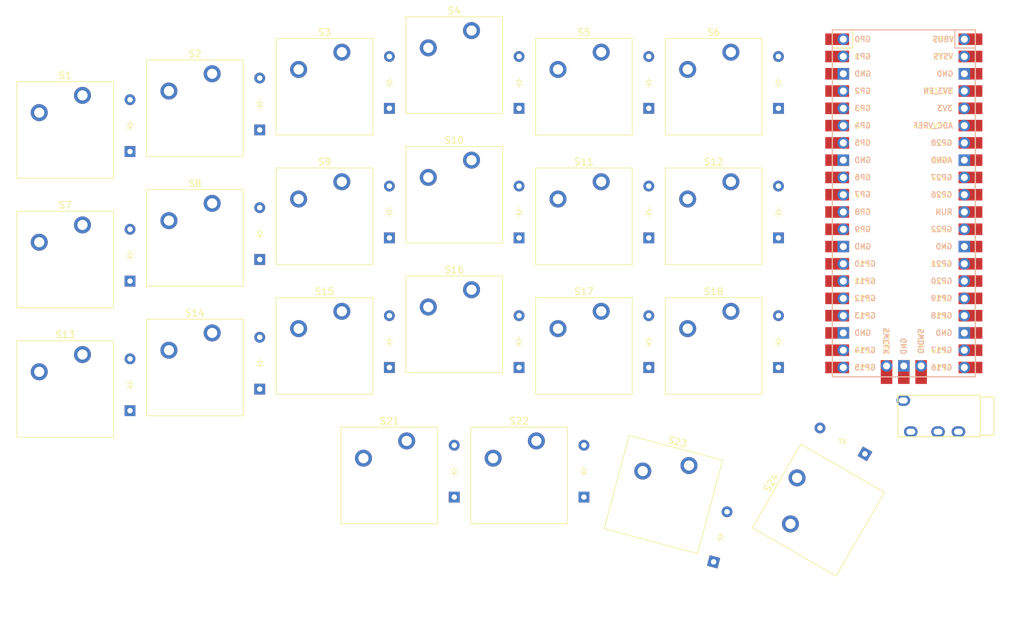
<source format=kicad_pcb>
(kicad_pcb (version 20240108) (generator "pcbnew") (generator_version "8.0")
  (layers (0 "F.Cu" signal) (31 "B.Cu" signal) (34 "B.Paste" user) (35 "F.Paste" user) (36 "B.SilkS" user "B.Silkscreen") (37 "F.SilkS" user "F.Silkscreen") (38 "B.Mask" user) (39 "F.Mask" user) (44 "Edge.Cuts" user))
  (net 0 "")
  (net 1 "Row 0")
  (net 2 "Net-(D1-A)")
  (net 3 "Net-(D2-A)")
  (net 4 "Net-(D3-A)")
  (net 5 "Net-(D4-A)")
  (net 6 "Net-(D5-A)")
  (net 7 "Net-(D6-A)")
  (net 8 "Row 1")
  (net 9 "Net-(D7-A)")
  (net 10 "Net-(D8-A)")
  (net 11 "Net-(D9-A)")
  (net 12 "Net-(D10-A)")
  (net 13 "Net-(D11-A)")
  (net 14 "Net-(D12-A)")
  (net 15 "Row 2")
  (net 16 "Net-(D13-A)")
  (net 17 "Net-(D14-A)")
  (net 18 "Net-(D15-A)")
  (net 19 "Net-(D16-A)")
  (net 20 "Net-(D17-A)")
  (net 21 "Net-(D18-A)")
  (net 22 "Net-(D21-A)")
  (net 23 "Row 3")
  (net 24 "Net-(D22-A)")
  (net 25 "Net-(D23-A)")
  (net 26 "Net-(D24-A)")
  (net 27 "Col 0")
  (net 28 "Col 1")
  (net 29 "Col 2")
  (net 30 "Col 3")
  (net 31 "Col 4")
  (net 32 "Col 5")
  (net 42 "r1")
  (net 48 "r2")
  (net 50 "Tip")
  (net 52 "sleeve")
  (footprint "ScottoKeebs_Components:Diode_DO-35" (layer "F.Cu") (at 130.175 31.75 90)
    (property "Reference" "D5" (hide yes))
    (property "Value" "Diode" (hide yes))
    (pad "1" thru_hole rect (at 0 0 90) (size 1.6 1.6) (drill 0.8) (layers "*.Cu" "*.Mask") (net 1 "Row 0"))
    (pad "2" thru_hole oval (at 7.62 0 90) (size 1.6 1.6) (drill 0.8) (layers "*.Cu" "*.Mask") (net 6 "Net-(D5-A)"))
  )
  (footprint "ScottoKeebs_Components:Diode_DO-35" (layer "F.Cu") (at 53.975 76.2 90)
    (property "Reference" "D16" (hide yes))
    (property "Value" "Diode" (hide yes))
    (pad "1" thru_hole rect (at 0 0 90) (size 1.6 1.6) (drill 0.8) (layers "*.Cu" "*.Mask") (net 15 "Row 2"))
    (pad "2" thru_hole oval (at 7.62 0 90) (size 1.6 1.6) (drill 0.8) (layers "*.Cu" "*.Mask") (net 19 "Net-(D16-A)"))
  )
  (footprint "ScottoKeebs_Components:Diode_DO-35" (layer "F.Cu") (at 73.025 73.025 90)
    (property "Reference" "D15" (hide yes))
    (property "Value" "Diode" (hide yes))
    (pad "1" thru_hole rect (at 0 0 90) (size 1.6 1.6) (drill 0.8) (layers "*.Cu" "*.Mask") (net 15 "Row 2"))
    (pad "2" thru_hole oval (at 7.62 0 90) (size 1.6 1.6) (drill 0.8) (layers "*.Cu" "*.Mask") (net 18 "Net-(D15-A)"))
  )
  (footprint "ScottoKeebs_MX:MX_PCB_1.00u" (layer "F.Cu") (at 44.45 73.025)
    (property "Reference" "S13" (at 0 -8 0) (layer "F.SilkS"))
    (property "Value" "Keyswitch")
    (pad "" np_thru_hole circle (at -5.08 0) (size 1.75 1.75) (drill 1.75) (layers "*.Cu" "*.Mask"))
    (pad "" np_thru_hole circle (at 0 0) (size 4 4) (drill 4) (layers "*.Cu" "*.Mask"))
    (pad "" np_thru_hole circle (at 5.08 0) (size 1.75 1.75) (drill 1.75) (layers "*.Cu" "*.Mask"))
    (pad "1" thru_hole circle (at -3.81 -2.54) (size 2.5 2.5) (drill 1.5) (layers "*.Cu" "*.Mask") (net 27 "Col 0"))
    (pad "2" thru_hole circle (at 2.54 -5.08) (size 2.5 2.5) (drill 1.5) (layers "*.Cu" "*.Mask") (net 16 "Net-(D13-A)"))
  )
  (footprint "ScottoKeebs_MX:MX_PCB_1.00u" (layer "F.Cu") (at 63.5 50.8)
    (property "Reference" "S8" (at 0 -8 0) (layer "F.SilkS"))
    (property "Value" "Keyswitch")
    (pad "" np_thru_hole circle (at -5.08 0) (size 1.75 1.75) (drill 1.75) (layers "*.Cu" "*.Mask"))
    (pad "" np_thru_hole circle (at 0 0) (size 4 4) (drill 4) (layers "*.Cu" "*.Mask"))
    (pad "" np_thru_hole circle (at 5.08 0) (size 1.75 1.75) (drill 1.75) (layers "*.Cu" "*.Mask"))
    (pad "1" thru_hole circle (at -3.81 -2.54) (size 2.5 2.5) (drill 1.5) (layers "*.Cu" "*.Mask") (net 28 "Col 1"))
    (pad "2" thru_hole circle (at 2.54 -5.08) (size 2.5 2.5) (drill 1.5) (layers "*.Cu" "*.Mask") (net 10 "Net-(D8-A)"))
  )
  (footprint "ScottoKeebs_Components:TRRS_PJ-320A" (layer "F.Cu") (at 178.865 76.995 -90)
    (property "Reference" "U2")
    (property "Value" "TRRS")
    (pad "" np_thru_hole circle (at 0 8.6 270) (size 0.8 0.8) (drill 0.8) (layers "*.Cu" "*.Mask"))
    (pad "" np_thru_hole circle (at 0.000001 1.599999 270) (size 0.8 0.8) (drill 0.8) (layers "*.Cu" "*.Mask"))
    (pad "1" thru_hole oval (at -2.300001 11.3 270) (size 1.6 2) (drill oval 0.9 1.3) (layers "*.Cu" "*.Mask") (net 52 "sleeve"))
    (pad "2" thru_hole oval (at 2.3 10.200001 270) (size 1.6 2) (drill oval 0.9 1.3) (layers "*.Cu" "*.Mask") (net 50 "Tip"))
    (pad "3" thru_hole oval (at 2.299999 6.200001 270) (size 1.6 2) (drill oval 0.9 1.3) (layers "*.Cu" "*.Mask") (net 42 "r1"))
    (pad "4" thru_hole oval (at 2.3 3.199999 270) (size 1.6 2) (drill oval 0.9 1.3) (layers "*.Cu" "*.Mask") (net 48 "r2"))
  )
  (footprint "ScottoKeebs_Components:Diode_DO-35" (layer "F.Cu") (at 53.975 38.1 90)
    (property "Reference" "D1" (hide yes))
    (property "Value" "Diode" (hide yes))
    (pad "1" thru_hole rect (at 0 0 90) (size 1.6 1.6) (drill 0.8) (layers "*.Cu" "*.Mask") (net 1 "Row 0"))
    (pad "2" thru_hole oval (at 7.62 0 90) (size 1.6 1.6) (drill 0.8) (layers "*.Cu" "*.Mask") (net 2 "Net-(D1-A)"))
  )
  (footprint "ScottoKeebs_Components:Diode_DO-35" (layer "F.Cu") (at 130.175 69.85 90)
    (property "Reference" "D17" (hide yes))
    (property "Value" "Diode" (hide yes))
    (pad "1" thru_hole rect (at 0 0 90) (size 1.6 1.6) (drill 0.8) (layers "*.Cu" "*.Mask") (net 15 "Row 2"))
    (pad "2" thru_hole oval (at 7.62 0 90) (size 1.6 1.6) (drill 0.8) (layers "*.Cu" "*.Mask") (net 20 "Net-(D17-A)"))
  )
  (footprint "ScottoKeebs_Components:Diode_DO-35" (layer "F.Cu") (at 111.125 69.85 90)
    (property "Reference" "D13" (hide yes))
    (property "Value" "Diode" (hide yes))
    (pad "1" thru_hole rect (at 0 0 90) (size 1.6 1.6) (drill 0.8) (layers "*.Cu" "*.Mask") (net 15 "Row 2"))
    (pad "2" thru_hole oval (at 7.62 0 90) (size 1.6 1.6) (drill 0.8) (layers "*.Cu" "*.Mask") (net 16 "Net-(D13-A)"))
  )
  (footprint "ScottoKeebs_MX:MX_PCB_1.00u" (layer "F.Cu") (at 82.55 66.675)
    (property "Reference" "S15" (at 0 -8 0) (layer "F.SilkS"))
    (property "Value" "Keyswitch")
    (pad "" np_thru_hole circle (at -5.08 0) (size 1.75 1.75) (drill 1.75) (layers "*.Cu" "*.Mask"))
    (pad "" np_thru_hole circle (at 0 0) (size 4 4) (drill 4) (layers "*.Cu" "*.Mask"))
    (pad "" np_thru_hole circle (at 5.08 0) (size 1.75 1.75) (drill 1.75) (layers "*.Cu" "*.Mask"))
    (pad "1" thru_hole circle (at -3.81 -2.54) (size 2.5 2.5) (drill 1.5) (layers "*.Cu" "*.Mask") (net 29 "Col 2"))
    (pad "2" thru_hole circle (at 2.54 -5.08) (size 2.5 2.5) (drill 1.5) (layers "*.Cu" "*.Mask") (net 18 "Net-(D15-A)"))
  )
  (footprint "ScottoKeebs_MX:MX_PCB_1.00u" (layer "F.Cu") (at 63.5 69.85)
    (property "Reference" "S14" (at 0 -8 0) (layer "F.SilkS"))
    (property "Value" "Keyswitch")
    (pad "" np_thru_hole circle (at -5.08 0) (size 1.75 1.75) (drill 1.75) (layers "*.Cu" "*.Mask"))
    (pad "" np_thru_hole circle (at 0 0) (size 4 4) (drill 4) (layers "*.Cu" "*.Mask"))
    (pad "" np_thru_hole circle (at 5.08 0) (size 1.75 1.75) (drill 1.75) (layers "*.Cu" "*.Mask"))
    (pad "1" thru_hole circle (at -3.81 -2.54) (size 2.5 2.5) (drill 1.5) (layers "*.Cu" "*.Mask") (net 28 "Col 1"))
    (pad "2" thru_hole circle (at 2.54 -5.08) (size 2.5 2.5) (drill 1.5) (layers "*.Cu" "*.Mask") (net 17 "Net-(D14-A)"))
  )
  (footprint "ScottoKeebs_MX:MX_PCB_1.00u" (layer "F.Cu") (at 92.075 85.725)
    (property "Reference" "S21" (at 0 -8.000002 360) (layer "F.SilkS"))
    (property "Value" "Keyswitch")
    (pad "" np_thru_hole circle (at -5.08 0) (size 1.75 1.75) (drill 1.75) (layers "*.Cu" "*.Mask"))
    (pad "" np_thru_hole circle (at 0 0) (size 4 4) (drill 4) (layers "*.Cu" "*.Mask"))
    (pad "" np_thru_hole circle (at 5.08 0) (size 1.75 1.75) (drill 1.75) (layers "*.Cu" "*.Mask"))
    (pad "1" thru_hole circle (at -3.81 -2.54) (size 2.5 2.5) (drill 1.5) (layers "*.Cu" "*.Mask") (net 29 "Col 2"))
    (pad "2" thru_hole circle (at 2.540001 -5.079998) (size 2.5 2.5) (drill 1.5) (layers "*.Cu" "*.Mask") (net 22 "Net-(D21-A)"))
  )
  (footprint "ScottoKeebs_MX:MX_PCB_1.00u" (layer "F.Cu") (at 82.55 47.625)
    (property "Reference" "S9" (at 0 -8 0) (layer "F.SilkS"))
    (property "Value" "Keyswitch")
    (pad "" np_thru_hole circle (at -5.08 0) (size 1.75 1.75) (drill 1.75) (layers "*.Cu" "*.Mask"))
    (pad "" np_thru_hole circle (at 0 0) (size 4 4) (drill 4) (layers "*.Cu" "*.Mask"))
    (pad "" np_thru_hole circle (at 5.08 0) (size 1.75 1.75) (drill 1.75) (layers "*.Cu" "*.Mask"))
    (pad "1" thru_hole circle (at -3.81 -2.54) (size 2.5 2.5) (drill 1.5) (layers "*.Cu" "*.Mask") (net 29 "Col 2"))
    (pad "2" thru_hole circle (at 2.54 -5.08) (size 2.5 2.5) (drill 1.5) (layers "*.Cu" "*.Mask") (net 11 "Net-(D9-A)"))
  )
  (footprint "ScottoKeebs_MX:MX_PCB_1.00u" (layer "F.Cu") (at 139.7 47.625)
    (property "Reference" "S12" (at 0 -8 0) (layer "F.SilkS"))
    (property "Value" "Keyswitch")
    (pad "" np_thru_hole circle (at -5.08 0) (size 1.75 1.75) (drill 1.75) (layers "*.Cu" "*.Mask"))
    (pad "" np_thru_hole circle (at 0 0) (size 4 4) (drill 4) (layers "*.Cu" "*.Mask"))
    (pad "" np_thru_hole circle (at 5.08 0) (size 1.75 1.75) (drill 1.75) (layers "*.Cu" "*.Mask"))
    (pad "1" thru_hole circle (at -3.81 -2.54) (size 2.5 2.5) (drill 1.5) (layers "*.Cu" "*.Mask") (net 32 "Col 5"))
    (pad "2" thru_hole circle (at 2.54 -5.08) (size 2.5 2.5) (drill 1.5) (layers "*.Cu" "*.Mask") (net 14 "Net-(D12-A)"))
  )
  (footprint "ScottoKeebs_Components:Diode_DO-35" (layer "F.Cu") (at 101.6 88.9 90)
    (property "Reference" "D21" (hide yes))
    (property "Value" "Diode" (hide yes))
    (pad "1" thru_hole rect (at 0 0 90) (size 1.6 1.6) (drill 0.8) (layers "*.Cu" "*.Mask") (net 23 "Row 3"))
    (pad "2" thru_hole oval (at 7.62 0 90) (size 1.6 1.6) (drill 0.8) (layers "*.Cu" "*.Mask") (net 22 "Net-(D21-A)"))
  )
  (footprint "ScottoKeebs_MCU:Raspberry_Pi_Pico" (layer "F.Cu") (at 167.64 45.72)
    (property "Reference" "U1" (hide yes))
    (property "Value" "Raspberry_Pi_Pico" (hide yes))
    (fp_text user "GP28" (at 5.54 -8.89 0) (layer "B.SilkS") (effects (font (size 0.8 0.8)) (justify mirror)))
    (fp_text user "GP7" (at -6.04 -1.3 0) (layer "B.SilkS") (effects (font (size 0.8 0.8)) (justify mirror)))
    (fp_text user "GP5" (at -6.04 -8.89 0) (layer "B.SilkS") (effects (font (size 0.8 0.8)) (justify mirror)))
    (fp_text user "GP17" (at 5.54 21.59 0) (layer "B.SilkS") (effects (font (size 0.8 0.8)) (justify mirror)))
    (fp_text user "GND" (at 5.89 19.05 0) (layer "B.SilkS") (effects (font (size 0.8 0.8)) (justify mirror)))
    (fp_text user "GP16" (at 5.54 24.13 0) (layer "B.SilkS") (effects (font (size 0.8 0.8)) (justify mirror)))
    (fp_text user "GP1" (at -6.04 -21.6 0) (layer "B.SilkS") (effects (font (size 0.8 0.8)) (justify mirror)))
    (fp_text user "GND" (at -6.04 -19.05 0) (layer "B.SilkS") (effects (font (size 0.8 0.8)) (justify mirror)))
    (fp_text user "GP4" (at -6.04 -11.43 0) (layer "B.SilkS") (effects (font (size 0.8 0.8)) (justify mirror)))
    (fp_text user "GP10" (at -5.69 8.89 0) (layer "B.SilkS") (effects (font (size 0.8 0.8)) (justify mirror)))
    (fp_text user "GND" (at -6.04 6.35 0) (layer "B.SilkS") (effects (font (size 0.8 0.8)) (justify mirror)))
    (fp_text user "VBUS" (at 5.79 -24.13 0) (layer "B.SilkS") (effects (font (size 0.8 0.8)) (justify mirror)))
    (fp_text user "GP26" (at 5.54 -1.27 0) (layer "B.SilkS") (effects (font (size 0.8 0.8)) (justify mirror)))
    (fp_text user "3V3_EN" (at 5.04 -16.51 0) (layer "B.SilkS") (effects (font (size 0.8 0.8)) (justify mirror)))
    (fp_text user "GP3" (at -6.04 -13.97 0) (layer "B.SilkS") (effects (font (size 0.8 0.8)) (justify mirror)))
    (fp_text user "GP27" (at 5.54 -3.8 0) (layer "B.SilkS") (effects (font (size 0.8 0.8)) (justify mirror)))
    (fp_text user "GP15" (at -5.69 24.13 0) (layer "B.SilkS") (effects (font (size 0.8 0.8)) (justify mirror)))
    (fp_text user "GND" (at 0 21 -90) (layer "B.SilkS") (effects (font (size 0.8 0.8)) (justify mirror)))
    (fp_text user "GP9" (at -6.04 3.81 0) (layer "B.SilkS") (effects (font (size 0.8 0.8)) (justify mirror)))
    (fp_text user "SWDIO" (at 2.54 20.25 -90) (layer "B.SilkS") (effects (font (size 0.8 0.8)) (justify mirror)))
    (fp_text user "GP21" (at 5.54 8.9 0) (layer "B.SilkS") (effects (font (size 0.8 0.8)) (justify mirror)))
    (fp_text user "GP8" (at -6.04 1.27 0) (layer "B.SilkS") (effects (font (size 0.8 0.8)) (justify mirror)))
    (fp_text user "GND" (at -6.04 -6.35 0) (layer "B.SilkS") (effects (font (size 0.8 0.8)) (justify mirror)))
    (fp_text user "GP19" (at 5.54 13.97 0) (layer "B.SilkS") (effects (font (size 0.8 0.8)) (justify mirror)))
    (fp_text user "GP20" (at 5.54 11.43 0) (layer "B.SilkS") (effects (font (size 0.8 0.8)) (justify mirror)))
    (fp_text user "GP22" (at 5.54 3.81 0) (layer "B.SilkS") (effects (font (size 0.8 0.8)) (justify mirror)))
    (fp_text user "VSYS" (at 5.79 -21.59 0) (layer "B.SilkS") (effects (font (size 0.8 0.8)) (justify mirror)))
    (fp_text user "SWCLK" (at -2.54 20.25 -90) (layer "B.SilkS") (effects (font (size 0.8 0.8)) (justify mirror)))
    (fp_text user "GP0" (at -6.04 -24.13 0) (layer "B.SilkS") (effects (font (size 0.8 0.8)) (justify mirror)))
    (fp_text user "GND" (at -6.04 19.05 0) (layer "B.SilkS") (effects (font (size 0.8 0.8)) (justify mirror)))
    (fp_text user "GP14" (at -5.69 21.59 0) (layer "B.SilkS") (effects (font (size 0.8 0.8)) (justify mirror)))
    (fp_text user "GP2" (at -6.04 -16.51 0) (layer "B.SilkS") (effects (font (size 0.8 0.8)) (justify mirror)))
    (fp_text user "RUN" (at 5.89 1.27 0) (layer "B.SilkS") (effects (font (size 0.8 0.8)) (justify mirror)))
    (fp_text user "3V3" (at 6.04 -13.97 0) (layer "B.SilkS") (effects (font (size 0.8 0.8)) (justify mirror)))
    (fp_text user "AGND" (at 5.54 -6.35 0) (layer "B.SilkS") (effects (font (size 0.8 0.8)) (justify mirror)))
    (fp_text user "GP12" (at -5.69 13.97 0) (layer "B.SilkS") (effects (font (size 0.8 0.8)) (justify mirror)))
    (fp_text user "GP11" (at -5.69 11.43 0) (layer "B.SilkS") (effects (font (size 0.8 0.8)) (justify mirror)))
    (fp_text user "GP18" (at 5.54 16.51 0) (layer "B.SilkS") (effects (font (size 0.8 0.8)) (justify mirror)))
    (fp_text user "ADC_VREF" (at 4.29 -11.43 0) (layer "B.SilkS") (effects (font (size 0.8 0.8)) (justify mirror)))
    (fp_text user "GND" (at 5.89 6.35 0) (layer "B.SilkS") (effects (font (size 0.8 0.8)) (justify mirror)))
    (fp_text user "GND" (at 6.04 -19.05 0) (layer "B.SilkS") (effects (font (size 0.8 0.8)) (justify mirror)))
    (fp_text user "GP13" (at -5.69 16.51 0) (layer "B.SilkS") (effects (font (size 0.8 0.8)) (justify mirror)))
    (fp_text user "GP6" (at -6.04 -3.81 0) (layer "B.SilkS") (effects (font (size 0.8 0.8)) (justify mirror)))
    (fp_text user "SWDIO" (at 2.54 20.25 90) (layer "F.SilkS") (effects (font (size 0.8 0.8))))
    (fp_text user "GP14" (at -5.69 21.59 0) (layer "F.SilkS") (effects (font (size 0.8 0.8))))
    (fp_text user "GP5" (at -6.04 -8.89 0) (layer "F.SilkS") (effects (font (size 0.8 0.8))))
    (fp_text user "GP17" (at 5.54 21.59 0) (layer "F.SilkS") (effects (font (size 0.8 0.8))))
    (fp_text user "ADC_VREF" (at 4.29 -11.43 0) (layer "F.SilkS") (effects (font (size 0.8 0.8))))
    (fp_text user "GP28" (at 5.54 -8.89 0) (layer "F.SilkS") (effects (font (size 0.8 0.8))))
    (fp_text user "GP20" (at 5.54 11.43 0) (layer "F.SilkS") (effects (font (size 0.8 0.8))))
    (fp_text user "GP2" (at -6.04 -16.51 0) (layer "F.SilkS") (effects (font (size 0.8 0.8))))
    (fp_text user "GND" (at -6.04 -6.35 0) (layer "F.SilkS") (effects (font (size 0.8 0.8))))
    (fp_text user "GP13" (at -5.69 16.51 0) (layer "F.SilkS") (effects (font (size 0.8 0.8))))
    (fp_text user "GP3" (at -6.04 -13.97 0) (layer "F.SilkS") (effects (font (size 0.8 0.8))))
    (fp_text user "GP4" (at -6.04 -11.43 0) (layer "F.SilkS") (effects (font (size 0.8 0.8))))
    (fp_text user "GP7" (at -6.04 -1.3 0) (layer "F.SilkS") (effects (font (size 0.8 0.8))))
    (fp_text user "GND" (at -6.04 19.05 0) (layer "F.SilkS") (effects (font (size 0.8 0.8))))
    (fp_text user "GP0" (at -6.04 -24.13 0) (layer "F.SilkS") (effects (font (size 0.8 0.8))))
    (fp_text user "GP19" (at 5.54 13.97 0) (layer "F.SilkS") (effects (font (size 0.8 0.8))))
    (fp_text user "AGND" (at 5.54 -6.35 0) (layer "F.SilkS") (effects (font (size 0.8 0.8))))
    (fp_text user "GP9" (at -6.04 3.81 0) (layer "F.SilkS") (effects (font (size 0.8 0.8))))
    (fp_text user "3V3_EN" (at 5.04 -16.51 0) (layer "F.SilkS") (effects (font (size 0.8 0.8))))
    (fp_text user "VBUS" (at 5.79 -24.13 0) (layer "F.SilkS") (effects (font (size 0.8 0.8))))
    (fp_text user "GP11" (at -5.69 11.43 0) (layer "F.SilkS") (effects (font (size 0.8 0.8))))
    (fp_text user "RUN" (at 5.89 1.27 0) (layer "F.SilkS") (effects (font (size 0.8 0.8))))
    (fp_text user "VSYS" (at 5.79 -21.59 0) (layer "F.SilkS") (effects (font (size 0.8 0.8))))
    (fp_text user "GP6" (at -6.04 -3.81 0) (layer "F.SilkS") (effects (font (size 0.8 0.8))))
    (fp_text user "SWCLK" (at -2.54 20.25 90) (layer "F.SilkS") (effects (font (size 0.8 0.8))))
    (fp_text user "GND" (at 6.04 -19.05 0) (layer "F.SilkS") (effects (font (size 0.8 0.8))))
    (fp_text user "GND" (at 5.89 19.05 0) (layer "F.SilkS") (effects (font (size 0.8 0.8))))
    (fp_text user "GND" (at -6.04 -19.05 0) (layer "F.SilkS") (effects (font (size 0.8 0.8))))
    (fp_text user "GP26" (at 5.54 -1.27 0) (layer "F.SilkS") (effects (font (size 0.8 0.8))))
    (fp_text user "3V3" (at 6.04 -13.97 0) (layer "F.SilkS") (effects (font (size 0.8 0.8))))
    (fp_text user "GP10" (at -5.69 8.89 0) (layer "F.SilkS") (effects (font (size 0.8 0.8))))
    (fp_text user "GP12" (at -5.69 13.97 0) (layer "F.SilkS") (effects (font (size 0.8 0.8))))
    (fp_text user "GP15" (at -5.69 24.13 0) (layer "F.SilkS") (effects (font (size 0.8 0.8))))
    (fp_text user "GND" (at -6.04 6.35 0) (layer "F.SilkS") (effects (font (size 0.8 0.8))))
    (fp_text user "GP16" (at 5.54 24.13 0) (layer "F.SilkS") (effects (font (size 0.8 0.8))))
    (fp_text user "GND" (at 0 21 90) (layer "F.SilkS") (effects (font (size 0.8 0.8))))
    (fp_text user "GND" (at 5.89 6.35 0) (layer "F.SilkS") (effects (font (size 0.8 0.8))))
    (fp_text user "GP8" (at -6.04 1.27 0) (layer "F.SilkS") (effects (font (size 0.8 0.8))))
    (fp_text user "GP1" (at -6.04 -21.6 0) (layer "F.SilkS") (effects (font (size 0.8 0.8))))
    (fp_text user "GP22" (at 5.54 3.81 0) (layer "F.SilkS") (effects (font (size 0.8 0.8))))
    (fp_text user "GP18" (at 5.54 16.51 0) (layer "F.SilkS") (effects (font (size 0.8 0.8))))
    (fp_text user "GP27" (at 5.54 -3.8 0) (layer "F.SilkS") (effects (font (size 0.8 0.8))))
    (fp_text user "GP21" (at 5.54 8.9 0) (layer "F.SilkS") (effects (font (size 0.8 0.8))))
    (pad "1" thru_hole oval (at -8.89 -24.13) (size 1.7 1.7) (drill 1.02) (layers "*.Cu" "*.Mask"))
    (pad "1" smd rect (at -8.89 -24.13) (size 3.5 1.7) (drill (offset -0.9 0)) (layers "F.Cu" "F.Mask"))
    (pad "2" thru_hole oval (at -8.89 -21.59) (size 1.7 1.7) (drill 1.02) (layers "*.Cu" "*.Mask"))
    (pad "2" smd rect (at -8.89 -21.59) (size 3.5 1.7) (drill (offset -0.9 0)) (layers "F.Cu" "F.Mask"))
    (pad "3" thru_hole rect (at -8.89 -19.05) (size 1.7 1.7) (drill 1.02) (layers "*.Cu" "*.Mask"))
    (pad "3" smd rect (at -8.89 -19.05) (size 3.5 1.7) (drill (offset -0.9 0)) (layers "F.Cu" "F.Mask"))
    (pad "4" thru_hole oval (at -8.89 -16.51) (size 1.7 1.7) (drill 1.02) (layers "*.Cu" "*.Mask"))
    (pad "4" smd rect (at -8.89 -16.51) (size 3.5 1.7) (drill (offset -0.9 0)) (layers "F.Cu" "F.Mask"))
    (pad "5" thru_hole oval (at -8.89 -13.97) (size 1.7 1.7) (drill 1.02) (layers "*.Cu" "*.Mask") (net 42 "r1"))
    (pad "5" smd rect (at -8.89 -13.97) (size 3.5 1.7) (drill (offset -0.9 0)) (layers "F.Cu" "F.Mask") (net 42 "r1"))
    (pad "6" thru_hole oval (at -8.89 -11.43) (size 1.7 1.7) (drill 1.02) (layers "*.Cu" "*.Mask") (net 48 "r2"))
    (pad "6" smd rect (at -8.89 -11.43) (size 3.5 1.7) (drill (offset -0.9 0)) (layers "F.Cu" "F.Mask") (net 48 "r2"))
    (pad "7" thru_hole oval (at -8.89 -8.89) (size 1.7 1.7) (drill 1.02) (layers "*.Cu" "*.Mask"))
    (pad "7" smd rect (at -8.89 -8.89) (size 3.5 1.7) (drill (offset -0.9 0)) (layers "F.Cu" "F.Mask"))
    (pad "8" thru_hole rect (at -8.89 -6.35) (size 1.7 1.7) (drill 1.02) (layers "*.Cu" "*.Mask"))
    (pad "8" smd rect (at -8.89 -6.35) (size 3.5 1.7) (drill (offset -0.9 0)) (layers "F.Cu" "F.Mask"))
    (pad "9" thru_hole oval (at -8.89 -3.81) (size 1.7 1.7) (drill 1.02) (layers "*.Cu" "*.Mask"))
    (pad "9" smd rect (at -8.89 -3.81) (size 3.5 1.7) (drill (offset -0.9 0)) (layers "F.Cu" "F.Mask"))
    (pad "10" thru_hole oval (at -8.89 -1.27) (size 1.7 1.7) (drill 1.02) (layers "*.Cu" "*.Mask"))
    (pad "10" smd rect (at -8.89 -1.27) (size 3.5 1.7) (drill (offset -0.9 0)) (layers "F.Cu" "F.Mask"))
    (pad "11" thru_hole oval (at -8.89 1.27) (size 1.7 1.7) (drill 1.02) (layers "*.Cu" "*.Mask"))
    (pad "11" smd rect (at -8.89 1.27) (size 3.5 1.7) (drill (offset -0.9 0)) (layers "F.Cu" "F.Mask"))
    (pad "12" thru_hole oval (at -8.89 3.81) (size 1.7 1.7) (drill 1.02) (layers "*.Cu" "*.Mask"))
    (pad "12" smd rect (at -8.89 3.81) (size 3.5 1.7) (drill (offset -0.9 0)) (layers "F.Cu" "F.Mask"))
    (pad "13" thru_hole rect (at -8.89 6.35) (size 1.7 1.7) (drill 1.02) (layers "*.Cu" "*.Mask"))
    (pad "13" smd rect (at -8.89 6.35) (size 3.5 1.7) (drill (offset -0.9 0)) (layers "F.Cu" "F.Mask"))
    (pad "14" thru_hole oval (at -8.89 8.89) (size 1.7 1.7) (drill 1.02) (layers "*.Cu" "*.Mask") (net 27 "Col 0"))
    (pad "14" smd rect (at -8.89 8.89) (size 3.5 1.7) (drill (offset -0.9 0)) (layers "F.Cu" "F.Mask") (net 27 "Col 0"))
    (pad "15" thru_hole oval (at -8.89 11.43) (size 1.7 1.7) (drill 1.02) (layers "*.Cu" "*.Mask") (net 28 "Col 1"))
    (pad "15" smd rect (at -8.89 11.43) (size 3.5 1.7) (drill (offset -0.9 0)) (layers "F.Cu" "F.Mask") (net 28 "Col 1"))
    (pad "16" thru_hole oval (at -8.89 13.97) (size 1.7 1.7) (drill 1.02) (layers "*.Cu" "*.Mask") (net 29 "Col 2"))
    (pad "16" smd rect (at -8.89 13.97) (size 3.5 1.7) (drill (offset -0.9 0)) (layers "F.Cu" "F.Mask") (net 29 "Col 2"))
    (pad "17" thru_hole oval (at -8.89 16.51) (size 1.7 1.7) (drill 1.02) (layers "*.Cu" "*.Mask") (net 30 "Col 3"))
    (pad "17" smd rect (at -8.89 16.51) (size 3.5 1.7) (drill (offset -0.9 0)) (layers "F.Cu" "F.Mask") (net 30 "Col 3"))
    (pad "18" thru_hole rect (at -8.89 19.05) (size 1.7 1.7) (drill 1.02) (layers "*.Cu" "*.Mask"))
    (pad "18" smd rect (at -8.89 19.05) (size 3.5 1.7) (drill (offset -0.9 0)) (layers "F.Cu" "F.Mask"))
    (pad "19" thru_hole oval (at -8.89 21.59) (size 1.7 1.7) (drill 1.02) (layers "*.Cu" "*.Mask") (net 31 "Col 4"))
    (pad "19" smd rect (at -8.89 21.59) (size 3.5 1.7) (drill (offset -0.9 0)) (layers "F.Cu" "F.Mask") (net 31 "Col 4"))
    (pad "20" thru_hole oval (at -8.89 24.13) (size 1.7 1.7) (drill 1.02) (layers "*.Cu" "*.Mask") (net 32 "Col 5"))
    (pad "20" smd rect (at -8.89 24.13) (size 3.5 1.7) (drill (offset -0.9 0)) (layers "F.Cu" "F.Mask") (net 32 "Col 5"))
    (pad "21" thru_hole oval (at 8.89 24.13) (size 1.7 1.7) (drill 1.02) (layers "*.Cu" "*.Mask"))
    (pad "21" smd rect (at 8.89 24.13) (size 3.5 1.7) (drill (offset 0.9 0)) (layers "F.Cu" "F.Mask"))
    (pad "22" thru_hole oval (at 8.89 21.59) (size 1.7 1.7) (drill 1.02) (layers "*.Cu" "*.Mask"))
    (pad "22" smd rect (at 8.89 21.59) (size 3.5 1.7) (drill (offset 0.9 0)) (layers "F.Cu" "F.Mask"))
    (pad "23" thru_hole rect (at 8.89 19.05) (size 1.7 1.7) (drill 1.02) (layers "*.Cu" "*.Mask"))
    (pad "23" smd rect (at 8.89 19.05) (size 3.5 1.7) (drill (offset 0.9 0)) (layers "F.Cu" "F.Mask"))
    (pad "24" thru_hole oval (at 8.89 16.51) (size 1.7 1.7) (drill 1.02) (layers "*.Cu" "*.Mask") (net 23 "Row 3"))
    (pad "24" smd rect (at 8.89 16.51) (size 3.5 1.7) (drill (offset 0.9 0)) (layers "F.Cu" "F.Mask") (net 23 "Row 3"))
    (pad "25" thru_hole oval (at 8.89 13.97) (size 1.7 1.7) (drill 1.02) (layers "*.Cu" "*.Mask") (net 15 "Row 2"))
    (pad "25" smd rect (at 8.89 13.97) (size 3.5 1.7) (drill (offset 0.9 0)) (layers "F.Cu" "F.Mask") (net 15 "Row 2"))
    (pad "26" thru_hole oval (at 8.89 11.43) (size 1.7 1.7) (drill 1.02) (layers "*.Cu" "*.Mask") (net 8 "Row 1"))
    (pad "26" smd rect (at 8.89 11.43) (size 3.5 1.7) (drill (offset 0.9 0)) (layers "F.Cu" "F.Mask") (net 8 "Row 1"))
    (pad "27" thru_hole oval (at 8.89 8.89) (size 1.7 1.7) (drill 1.02) (layers "*.Cu" "*.Mask") (net 1 "Row 0"))
    (pad "27" smd rect (at 8.89 8.89) (size 3.5 1.7) (drill (offset 0.9 0)) (layers "F.Cu" "F.Mask") (net 1 "Row 0"))
    (pad "28" thru_hole rect (at 8.89 6.35) (size 1.7 1.7) (drill 1.02) (layers "*.Cu" "*.Mask"))
    (pad "28" smd rect (at 8.89 6.35) (size 3.5 1.7) (drill (offset 0.9 0)) (layers "F.Cu" "F.Mask"))
    (pad "29" thru_hole oval (at 8.89 3.81) (size 1.7 1.7) (drill 1.02) (layers "*.Cu" "*.Mask"))
    (pad "29" smd rect (at 8.89 3.81) (size 3.5 1.7) (drill (offset 0.9 0)) (layers "F.Cu" "F.Mask"))
    (pad "30" thru_hole oval (at 8.89 1.27) (size 1.7 1.7) (drill 1.02) (layers "*.Cu" "*.Mask"))
    (pad "30" smd rect (at 8.89 1.27) (size 3.5 1.7) (drill (offset 0.9 0)) (layers "F.Cu" "F.Mask"))
    (pad "31" thru_hole oval (at 8.89 -1.27) (size 1.7 1.7) (drill 1.02) (layers "*.Cu" "*.Mask"))
    (pad "31" smd rect (at 8.89 -1.27) (size 3.5 1.7) (drill (offset 0.9 0)) (layers "F.Cu" "F.Mask"))
    (pad "32" thru_hole oval (at 8.89 -3.81) (size 1.7 1.7) (drill 1.02) (layers "*.Cu" "*.Mask"))
    (pad "32" smd rect (at 8.89 -3.81) (size 3.5 1.7) (drill (offset 0.9 0)) (layers "F.Cu" "F.Mask"))
    (pad "33" thru_hole rect (at 8.89 -6.35) (size 1.7 1.7) (drill 1.02) (layers "*.Cu" "*.Mask"))
    (pad "33" smd rect (at 8.89 -6.35) (size 3.5 1.7) (drill (offset 0.9 0)) (layers "F.Cu" "F.Mask"))
    (pad "34" thru_hole oval (at 8.89 -8.89) (size 1.7 1.7) (drill 1.02) (layers "*.Cu" "*.Mask"))
    (pad "34" smd rect (at 8.89 -8.89) (size 3.5 1.7) (drill (offset 0.9 0)) (layers "F.Cu" "F.Mask"))
    (pad "35" thru_hole oval (at 8.89 -11.43) (size 1.7 1.7) (drill 1.02) (layers "*.Cu" "*.Mask"))
    (pad "35" smd rect (at 8.89 -11.43) (size 3.5 1.7) (drill (offset 0.9 0)) (layers "F.Cu" "F.Mask"))
    (pad "36" thru_hole oval (at 8.89 -13.97) (size 1.7 1.7) (drill 1.02) (layers "*.Cu" "*.Mask"))
    (pad "36" smd rect (at 8.89 -13.97) (size 3.5 1.7) (drill (offset 0.9 0)) (layers "F.Cu" "F.Mask"))
    (pad "37" thru_hole oval (at 8.89 -16.51) (size 1.7 1.7) (drill 1.02) (layers "*.Cu" "*.Mask"))
    (pad "37" smd rect (at 8.89 -16.51) (size 3.5 1.7) (drill (offset 0.9 0)) (layers "F.Cu" "F.Mask"))
    (pad "38" thru_hole rect (at 8.89 -19.05) (size 1.7 1.7) (drill 1.02) (layers "*.Cu" "*.Mask"))
    (pad "38" smd rect (at 8.89 -19.05) (size 3.5 1.7) (drill (offset 0.9 0)) (layers "F.Cu" "F.Mask"))
    (pad "39" thru_hole oval (at 8.89 -21.59) (size 1.7 1.7) (drill 1.02) (layers "*.Cu" "*.Mask") (net 50 "Tip"))
    (pad "39" smd rect (at 8.89 -21.59) (size 3.5 1.7) (drill (offset 0.9 0)) (layers "F.Cu" "F.Mask") (net 50 "Tip"))
    (pad "40" thru_hole oval (at 8.89 -24.13) (size 1.7 1.7) (drill 1.02) (layers "*.Cu" "*.Mask"))
    (pad "40" smd rect (at 8.89 -24.13) (size 3.5 1.7) (drill (offset 0.9 0)) (layers "F.Cu" "F.Mask"))
    (pad "41" thru_hole oval (at -2.54 23.9) (size 1.7 1.7) (drill 1.02) (layers "*.Cu" "*.Mask"))
    (pad "41" smd rect (at -2.54 23.9 90) (size 3.5 1.7) (drill (offset -0.9 0)) (layers "F.Cu" "F.Mask"))
    (pad "42" thru_hole rect (at 0 23.9) (size 1.7 1.7) (drill 1.02) (layers "*.Cu" "*.Mask") (net 52 "sleeve"))
    (pad "42" smd rect (at 0 23.9 90) (size 3.5 1.7) (drill (offset -0.9 0)) (layers "F.Cu" "F.Mask") (net 52 "sleeve"))
    (pad "43" thru_hole oval (at 2.54 23.9) (size 1.7 1.7) (drill 1.02) (layers "*.Cu" "*.Mask"))
    (pad "43" smd rect (at 2.54 23.9 90) (size 3.5 1.7) (drill (offset -0.9 0)) (layers "F.Cu" "F.Mask"))
  )
  (footprint "ScottoKeebs_Components:Diode_DO-35" (layer "F.Cu") (at 149.225 31.75 90)
    (property "Reference" "D6" (hide yes))
    (property "Value" "Diode" (hide yes))
    (pad "1" thru_hole rect (at 0 0 90) (size 1.6 1.6) (drill 0.8) (layers "*.Cu" "*.Mask") (net 1 "Row 0"))
    (pad "2" thru_hole oval (at 7.62 0 90) (size 1.6 1.6) (drill 0.8) (layers "*.Cu" "*.Mask") (net 7 "Net-(D6-A)"))
  )
  (footprint "ScottoKeebs_MX:MX_PCB_1.00u" (layer "F.Cu") (at 101.6 44.45)
    (property "Reference" "S10" (at 0 -8 0) (layer "F.SilkS"))
    (property "Value" "Keyswitch")
    (pad "" np_thru_hole circle (at -5.08 0) (size 1.75 1.75) (drill 1.75) (layers "*.Cu" "*.Mask"))
    (pad "" np_thru_hole circle (at 0 0) (size 4 4) (drill 4) (layers "*.Cu" "*.Mask"))
    (pad "" np_thru_hole circle (at 5.08 0) (size 1.75 1.75) (drill 1.75) (layers "*.Cu" "*.Mask"))
    (pad "1" thru_hole circle (at -3.81 -2.54) (size 2.5 2.5) (drill 1.5) (layers "*.Cu" "*.Mask") (net 30 "Col 3"))
    (pad "2" thru_hole circle (at 2.54 -5.08) (size 2.5 2.5) (drill 1.5) (layers "*.Cu" "*.Mask") (net 12 "Net-(D10-A)"))
  )
  (footprint "ScottoKeebs_MX:MX_PCB_1.00u" (layer "F.Cu") (at 132.315695 88.514808 -15)
    (property "Reference" "S23" (at 0 -8 165) (layer "F.SilkS"))
    (property "Value" "Keyswitch")
    (pad "" np_thru_hole circle (at -5.08 0 345) (size 1.75 1.75) (drill 1.75) (layers "*.Cu" "*.Mask"))
    (pad "" np_thru_hole circle (at 0 0 345) (size 4 4) (drill 4) (layers "*.Cu" "*.Mask"))
    (pad "" np_thru_hole circle (at 5.08 0 345) (size 1.75 1.75) (drill 1.75) (layers "*.Cu" "*.Mask"))
    (pad "1" thru_hole circle (at -3.81 -2.54 345) (size 2.5 2.5) (drill 1.5) (layers "*.Cu" "*.Mask") (net 31 "Col 4"))
    (pad "2" thru_hole circle (at 2.540001 -5.08 345) (size 2.5 2.5) (drill 1.5) (layers "*.Cu" "*.Mask") (net 25 "Net-(D23-A)"))
  )
  (footprint "ScottoKeebs_Components:Diode_DO-35" (layer "F.Cu") (at 92.075 50.8 90)
    (property "Reference" "D9" (hide yes))
    (property "Value" "Diode" (hide yes))
    (pad "1" thru_hole rect (at 0 0 90) (size 1.6 1.6) (drill 0.8) (layers "*.Cu" "*.Mask") (net 8 "Row 1"))
    (pad "2" thru_hole oval (at 7.62 0 90) (size 1.6 1.6) (drill 0.8) (layers "*.Cu" "*.Mask") (net 11 "Net-(D9-A)"))
  )
  (footprint "ScottoKeebs_MX:MX_PCB_1.00u" (layer "F.Cu") (at 120.65 28.575)
    (property "Reference" "S5" (at 0 -8 0) (layer "F.SilkS"))
    (property "Value" "Keyswitch")
    (pad "" np_thru_hole circle (at -5.08 0) (size 1.75 1.75) (drill 1.75) (layers "*.Cu" "*.Mask"))
    (pad "" np_thru_hole circle (at 0 0) (size 4 4) (drill 4) (layers "*.Cu" "*.Mask"))
    (pad "" np_thru_hole circle (at 5.08 0) (size 1.75 1.75) (drill 1.75) (layers "*.Cu" "*.Mask"))
    (pad "1" thru_hole circle (at -3.81 -2.54) (size 2.5 2.5) (drill 1.5) (layers "*.Cu" "*.Mask") (net 31 "Col 4"))
    (pad "2" thru_hole circle (at 2.54 -5.08) (size 2.5 2.5) (drill 1.5) (layers "*.Cu" "*.Mask") (net 6 "Net-(D5-A)"))
  )
  (footprint "ScottoKeebs_MX:MX_PCB_1.00u" (layer "F.Cu") (at 139.7 28.575)
    (property "Reference" "S6" (at 0 -8 0) (layer "F.SilkS"))
    (property "Value" "Keyswitch")
    (pad "" np_thru_hole circle (at -5.08 0) (size 1.75 1.75) (drill 1.75) (layers "*.Cu" "*.Mask"))
    (pad "" np_thru_hole circle (at 0 0) (size 4 4) (drill 4) (layers "*.Cu" "*.Mask"))
    (pad "" np_thru_hole circle (at 5.08 0) (size 1.75 1.75) (drill 1.75) (layers "*.Cu" "*.Mask"))
    (pad "1" thru_hole circle (at -3.81 -2.54) (size 2.5 2.5) (drill 1.5) (layers "*.Cu" "*.Mask") (net 32 "Col 5"))
    (pad "2" thru_hole circle (at 2.54 -5.08) (size 2.5 2.5) (drill 1.5) (layers "*.Cu" "*.Mask") (net 7 "Net-(D6-A)"))
  )
  (footprint "ScottoKeebs_Components:Diode_DO-35" (layer "F.Cu") (at 92.075 31.75 90)
    (property "Reference" "D3" (hide yes))
    (property "Value" "Diode" (hide yes))
    (pad "1" thru_hole rect (at 0 0 90) (size 1.6 1.6) (drill 0.8) (layers "*.Cu" "*.Mask") (net 1 "Row 0"))
    (pad "2" thru_hole oval (at 7.62 0 90) (size 1.6 1.6) (drill 0.8) (layers "*.Cu" "*.Mask") (net 4 "Net-(D3-A)"))
  )
  (footprint "ScottoKeebs_MX:MX_PCB_1.00u" (layer "F.Cu") (at 44.45 53.975)
    (property "Reference" "S7" (at 0 -8 0) (layer "F.SilkS"))
    (property "Value" "Keyswitch")
    (pad "" np_thru_hole circle (at -5.08 0) (size 1.75 1.75) (drill 1.75) (layers "*.Cu" "*.Mask"))
    (pad "" np_thru_hole circle (at 0 0) (size 4 4) (drill 4) (layers "*.Cu" "*.Mask"))
    (pad "" np_thru_hole circle (at 5.08 0) (size 1.75 1.75) (drill 1.75) (layers "*.Cu" "*.Mask"))
    (pad "1" thru_hole circle (at -3.81 -2.54) (size 2.5 2.5) (drill 1.5) (layers "*.Cu" "*.Mask") (net 27 "Col 0"))
    (pad "2" thru_hole circle (at 2.54 -5.08) (size 2.5 2.5) (drill 1.5) (layers "*.Cu" "*.Mask") (net 9 "Net-(D7-A)"))
  )
  (footprint "ScottoKeebs_Components:Diode_DO-35" (layer "F.Cu") (at 161.925 82.55 150)
    (property "Reference" "D24" (hide yes))
    (property "Value" "Diode" (hide yes))
    (pad "1" thru_hole rect (at 0 0 150) (size 1.6 1.6) (drill 0.8) (layers "*.Cu" "*.Mask") (net 23 "Row 3"))
    (pad "2" thru_hole oval (at 7.62 0 150) (size 1.6 1.6) (drill 0.8) (layers "*.Cu" "*.Mask") (net 26 "Net-(D24-A)"))
  )
  (footprint "ScottoKeebs_MX:MX_PCB_1.00u" (layer "F.Cu") (at 101.6 25.4)
    (property "Reference" "S4" (at 0 -8 0) (layer "F.SilkS"))
    (property "Value" "Keyswitch")
    (pad "" np_thru_hole circle (at -5.08 0) (size 1.75 1.75) (drill 1.75) (layers "*.Cu" "*.Mask"))
    (pad "" np_thru_hole circle (at 0 0) (size 4 4) (drill 4) (layers "*.Cu" "*.Mask"))
    (pad "" np_thru_hole circle (at 5.08 0) (size 1.75 1.75) (drill 1.75) (layers "*.Cu" "*.Mask"))
    (pad "1" thru_hole circle (at -3.81 -2.54) (size 2.5 2.5) (drill 1.5) (layers "*.Cu" "*.Mask") (net 30 "Col 3"))
    (pad "2" thru_hole circle (at 2.54 -5.08) (size 2.5 2.5) (drill 1.5) (layers "*.Cu" "*.Mask") (net 5 "Net-(D4-A)"))
  )
  (footprint "ScottoKeebs_MX:MX_PCB_1.00u" (layer "F.Cu") (at 101.6 63.5)
    (property "Reference" "S16" (at 0 -8 0) (layer "F.SilkS"))
    (property "Value" "Keyswitch")
    (pad "" np_thru_hole circle (at -5.08 0) (size 1.75 1.75) (drill 1.75) (layers "*.Cu" "*.Mask"))
    (pad "" np_thru_hole circle (at 0 0) (size 4 4) (drill 4) (layers "*.Cu" "*.Mask"))
    (pad "" np_thru_hole circle (at 5.08 0) (size 1.75 1.75) (drill 1.75) (layers "*.Cu" "*.Mask"))
    (pad "1" thru_hole circle (at -3.81 -2.54) (size 2.5 2.5) (drill 1.5) (layers "*.Cu" "*.Mask") (net 30 "Col 3"))
    (pad "2" thru_hole circle (at 2.54 -5.08) (size 2.5 2.5) (drill 1.5) (layers "*.Cu" "*.Mask") (net 19 "Net-(D16-A)"))
  )
  (footprint "ScottoKeebs_Components:Diode_DO-35" (layer "F.Cu") (at 53.975 57.15 90)
    (property "Reference" "D7" (hide yes))
    (property "Value" "Diode" (hide yes))
    (pad "1" thru_hole rect (at 0 0 90) (size 1.6 1.6) (drill 0.8) (layers "*.Cu" "*.Mask") (net 8 "Row 1"))
    (pad "2" thru_hole oval (at 7.62 0 90) (size 1.6 1.6) (drill 0.8) (layers "*.Cu" "*.Mask") (net 9 "Net-(D7-A)"))
  )
  (footprint "ScottoKeebs_Components:Diode_DO-35" (layer "F.Cu") (at 149.225 69.85 90)
    (property "Reference" "D18" (hide yes))
    (property "Value" "Diode" (hide yes))
    (pad "1" thru_hole rect (at 0 0 90) (size 1.6 1.6) (drill 0.8) (layers "*.Cu" "*.Mask") (net 15 "Row 2"))
    (pad "2" thru_hole oval (at 7.62 0 90) (size 1.6 1.6) (drill 0.8) (layers "*.Cu" "*.Mask") (net 21 "Net-(D18-A)"))
  )
  (footprint "ScottoKeebs_MX:MX_PCB_1.00u" (layer "F.Cu") (at 82.55 28.575)
    (property "Reference" "S3" (at 0 -8 0) (layer "F.SilkS"))
    (property "Value" "Keyswitch")
    (pad "" np_thru_hole circle (at -5.08 0) (size 1.75 1.75) (drill 1.75) (layers "*.Cu" "*.Mask"))
    (pad "" np_thru_hole circle (at 0 0) (size 4 4) (drill 4) (layers "*.Cu" "*.Mask"))
    (pad "" np_thru_hole circle (at 5.08 0) (size 1.75 1.75) (drill 1.75) (layers "*.Cu" "*.Mask"))
    (pad "1" thru_hole circle (at -3.81 -2.54) (size 2.5 2.5) (drill 1.5) (layers "*.Cu" "*.Mask") (net 29 "Col 2"))
    (pad "2" thru_hole circle (at 2.54 -5.08) (size 2.5 2.5) (drill 1.5) (layers "*.Cu" "*.Mask") (net 4 "Net-(D3-A)"))
  )
  (footprint "ScottoKeebs_MX:MX_PCB_1.50u" (layer "F.Cu") (at 155.092642 90.814162 60)
    (property "Reference" "S24" (at 0.000001 -8 60) (layer "F.SilkS"))
    (property "Value" "Keyswitch")
    (pad "" np_thru_hole circle (at -5.08 0 60) (size 1.75 1.75) (drill 1.75) (layers "*.Cu" "*.Mask"))
    (pad "" np_thru_hole circle (at 0 0 60) (size 4 4) (drill 4) (layers "*.Cu" "*.Mask"))
    (pad "" np_thru_hole circle (at 5.08 0 60) (size 1.75 1.75) (drill 1.75) (layers "*.Cu" "*.Mask"))
    (pad "1" thru_hole circle (at -3.81 -2.539999 60) (size 2.5 2.5) (drill 1.5) (layers "*.Cu" "*.Mask") (net 32 "Col 5"))
    (pad "2" thru_hole circle (at 2.540001 -5.080001 60) (size 2.5 2.5) (drill 1.5) (layers "*.Cu" "*.Mask") (net 26 "Net-(D24-A)"))
  )
  (footprint "ScottoKeebs_Components:Diode_DO-35" (layer "F.Cu") (at 73.025 34.925 90)
    (property "Reference" "D2" (hide yes))
    (property "Value" "Diode" (hide yes))
    (pad "1" thru_hole rect (at 0 0 90) (size 1.6 1.6) (drill 0.8) (layers "*.Cu" "*.Mask") (net 1 "Row 0"))
    (pad "2" thru_hole oval (at 7.62 0 90) (size 1.6 1.6) (drill 0.8) (layers "*.Cu" "*.Mask") (net 3 "Net-(D2-A)"))
  )
  (footprint "ScottoKeebs_Components:Diode_DO-35" (layer "F.Cu") (at 92.075 69.85 90)
    (property "Reference" "D14" (hide yes))
    (property "Value" "Diode" (hide yes))
    (pad "1" thru_hole rect (at 0 0 90) (size 1.6 1.6) (drill 0.8) (layers "*.Cu" "*.Mask") (net 15 "Row 2"))
    (pad "2" thru_hole oval (at 7.62 0 90) (size 1.6 1.6) (drill 0.8) (layers "*.Cu" "*.Mask") (net 17 "Net-(D14-A)"))
  )
  (footprint "ScottoKeebs_Components:Diode_DO-35" (layer "F.Cu") (at 130.175 50.8 90)
    (property "Reference" "D11" (hide yes))
    (property "Value" "Diode" (hide yes))
    (pad "1" thru_hole rect (at 0 0 90) (size 1.6 1.6) (drill 0.8) (layers "*.Cu" "*.Mask") (net 8 "Row 1"))
    (pad "2" thru_hole oval (at 7.62 0 90) (size 1.6 1.6) (drill 0.8) (layers "*.Cu" "*.Mask") (net 13 "Net-(D11-A)"))
  )
  (footprint "ScottoKeebs_Components:Diode_DO-35" (layer "F.Cu") (at 139.7 98.425 75)
    (property "Reference" "D23" (hide yes))
    (property "Value" "Diode" (hide yes))
    (pad "1" thru_hole rect (at 0 0 75) (size 1.6 1.6) (drill 0.8) (layers "*.Cu" "*.Mask") (net 23 "Row 3"))
    (pad "2" thru_hole oval (at 7.62 0 75) (size 1.6 1.6) (drill 0.8) (layers "*.Cu" "*.Mask") (net 25 "Net-(D23-A)"))
  )
  (footprint "ScottoKeebs_Components:Diode_DO-35" (layer "F.Cu") (at 120.65 88.9 90)
    (property "Reference" "D22" (hide yes))
    (property "Value" "Diode" (hide yes))
    (pad "1" thru_hole rect (at 0 0 90) (size 1.6 1.6) (drill 0.8) (layers "*.Cu" "*.Mask") (net 23 "Row 3"))
    (pad "2" thru_hole oval (at 7.62 0 90) (size 1.6 1.6) (drill 0.8) (layers "*.Cu" "*.Mask") (net 24 "Net-(D22-A)"))
  )
  (footprint "ScottoKeebs_Components:Diode_DO-35" (layer "F.Cu") (at 73.025 53.975 90)
    (property "Reference" "D8" (hide yes))
    (property "Value" "Diode" (hide yes))
    (pad "1" thru_hole rect (at 0 0 90) (size 1.6 1.6) (drill 0.8) (layers "*.Cu" "*.Mask") (net 8 "Row 1"))
    (pad "2" thru_hole oval (at 7.62 0 90) (size 1.6 1.6) (drill 0.8) (layers "*.Cu" "*.Mask") (net 10 "Net-(D8-A)"))
  )
  (footprint "ScottoKeebs_MX:MX_PCB_1.00u" (layer "F.Cu") (at 63.5 31.75)
    (property "Reference" "S2" (at 0 -8 0) (layer "F.SilkS"))
    (property "Value" "Keyswitch")
    (pad "" np_thru_hole circle (at -5.08 0) (size 1.75 1.75) (drill 1.75) (layers "*.Cu" "*.Mask"))
    (pad "" np_thru_hole circle (at 0 0) (size 4 4) (drill 4) (layers "*.Cu" "*.Mask"))
    (pad "" np_thru_hole circle (at 5.08 0) (size 1.75 1.75) (drill 1.75) (layers "*.Cu" "*.Mask"))
    (pad "1" thru_hole circle (at -3.81 -2.54) (size 2.5 2.5) (drill 1.5) (layers "*.Cu" "*.Mask") (net 28 "Col 1"))
    (pad "2" thru_hole circle (at 2.54 -5.08) (size 2.5 2.5) (drill 1.5) (layers "*.Cu" "*.Mask") (net 3 "Net-(D2-A)"))
  )
  (footprint "ScottoKeebs_Components:Diode_DO-35" (layer "F.Cu") (at 111.125 50.8 90)
    (property "Reference" "D10" (hide yes))
    (property "Value" "Diode" (hide yes))
    (pad "1" thru_hole rect (at 0 0 90) (size 1.6 1.6) (drill 0.8) (layers "*.Cu" "*.Mask") (net 8 "Row 1"))
    (pad "2" thru_hole oval (at 7.62 0 90) (size 1.6 1.6) (drill 0.8) (layers "*.Cu" "*.Mask") (net 12 "Net-(D10-A)"))
  )
  (footprint "ScottoKeebs_MX:MX_PCB_1.00u" (layer "F.Cu") (at 120.65 47.625)
    (property "Reference" "S11" (at 0 -8 0) (layer "F.SilkS"))
    (property "Value" "Keyswitch")
    (pad "" np_thru_hole circle (at -5.08 0) (size 1.75 1.75) (drill 1.75) (layers "*.Cu" "*.Mask"))
    (pad "" np_thru_hole circle (at 0 0) (size 4 4) (drill 4) (layers "*.Cu" "*.Mask"))
    (pad "" np_thru_hole circle (at 5.08 0) (size 1.75 1.75) (drill 1.75) (layers "*.Cu" "*.Mask"))
    (pad "1" thru_hole circle (at -3.81 -2.54) (size 2.5 2.5) (drill 1.5) (layers "*.Cu" "*.Mask") (net 31 "Col 4"))
    (pad "2" thru_hole circle (at 2.54 -5.08) (size 2.5 2.5) (drill 1.5) (layers "*.Cu" "*.Mask") (net 13 "Net-(D11-A)"))
  )
  (footprint "ScottoKeebs_Components:Diode_DO-35" (layer "F.Cu") (at 111.125 31.75 90)
    (property "Reference" "D4" (hide yes))
    (property "Value" "Diode" (hide yes))
    (pad "1" thru_hole rect (at 0 0 90) (size 1.6 1.6) (drill 0.8) (layers "*.Cu" "*.Mask") (net 1 "Row 0"))
    (pad "2" thru_hole oval (at 7.62 0 90) (size 1.6 1.6) (drill 0.8) (layers "*.Cu" "*.Mask") (net 5 "Net-(D4-A)"))
  )
  (footprint "ScottoKeebs_MX:MX_PCB_1.00u" (layer "F.Cu") (at 44.45 34.925)
    (property "Reference" "S1" (at 0 -8 0) (layer "F.SilkS"))
    (property "Value" "Keyswitch")
    (pad "" np_thru_hole circle (at -5.08 0) (size 1.75 1.75) (drill 1.75) (layers "*.Cu" "*.Mask"))
    (pad "" np_thru_hole circle (at 0 0) (size 4 4) (drill 4) (layers "*.Cu" "*.Mask"))
    (pad "" np_thru_hole circle (at 5.08 0) (size 1.75 1.75) (drill 1.75) (layers "*.Cu" "*.Mask"))
    (pad "1" thru_hole circle (at -3.81 -2.54) (size 2.5 2.5) (drill 1.5) (layers "*.Cu" "*.Mask") (net 27 "Col 0"))
    (pad "2" thru_hole circle (at 2.54 -5.08) (size 2.5 2.5) (drill 1.5) (layers "*.Cu" "*.Mask") (net 2 "Net-(D1-A)"))
  )
  (footprint "ScottoKeebs_MX:MX_PCB_1.00u" (layer "F.Cu") (at 111.125 85.725)
    (property "Reference" "S22" (at 0 -8 0) (layer "F.SilkS"))
    (property "Value" "Keyswitch")
    (pad "" np_thru_hole circle (at -5.08 0) (size 1.75 1.75) (drill 1.75) (layers "*.Cu" "*.Mask"))
    (pad "" np_thru_hole circle (at 0 0) (size 4 4) (drill 4) (layers "*.Cu" "*.Mask"))
    (pad "" np_thru_hole circle (at 5.08 0) (size 1.75 1.75) (drill 1.75) (layers "*.Cu" "*.Mask"))
    (pad "1" thru_hole circle (at -3.81 -2.54) (size 2.5 2.5) (drill 1.5) (layers "*.Cu" "*.Mask") (net 30 "Col 3"))
    (pad "2" thru_hole circle (at 2.54 -5.08) (size 2.5 2.5) (drill 1.5) (layers "*.Cu" "*.Mask") (net 24 "Net-(D22-A)"))
  )
  (footprint "ScottoKeebs_Components:Diode_DO-35" (layer "F.Cu") (at 149.225 50.8 90)
    (property "Reference" "D12" (hide yes))
    (property "Value" "Diode" (hide yes))
    (pad "1" thru_hole rect (at 0 0 90) (size 1.6 1.6) (drill 0.8) (layers "*.Cu" "*.Mask") (net 8 "Row 1"))
    (pad "2" thru_hole oval (at 7.62 0 90) (size 1.6 1.6) (drill 0.8) (layers "*.Cu" "*.Mask") (net 14 "Net-(D12-A)"))
  )
  (footprint "ScottoKeebs_MX:MX_PCB_1.00u" (layer "F.Cu") (at 139.7 66.675)
    (property "Reference" "S18" (at 0 -8 0) (layer "F.SilkS"))
    (property "Value" "Keyswitch")
    (pad "" np_thru_hole circle (at -5.08 0) (size 1.75 1.75) (drill 1.75) (layers "*.Cu" "*.Mask"))
    (pad "" np_thru_hole circle (at 0 0) (size 4 4) (drill 4) (layers "*.Cu" "*.Mask"))
    (pad "" np_thru_hole circle (at 5.08 0) (size 1.75 1.75) (drill 1.75) (layers "*.Cu" "*.Mask"))
    (pad "1" thru_hole circle (at -3.81 -2.54) (size 2.5 2.5) (drill 1.5) (layers "*.Cu" "*.Mask") (net 32 "Col 5"))
    (pad "2" thru_hole circle (at 2.54 -5.08) (size 2.5 2.5) (drill 1.5) (layers "*.Cu" "*.Mask") (net 21 "Net-(D18-A)"))
  )
  (footprint "ScottoKeebs_MX:MX_PCB_1.00u" (layer "F.Cu") (at 120.65 66.675)
    (property "Reference" "S17" (at 0 -8 0) (layer "F.SilkS"))
    (property "Value" "Keyswitch")
    (pad "" np_thru_hole circle (at -5.08 0) (size 1.75 1.75) (drill 1.75) (layers "*.Cu" "*.Mask"))
    (pad "" np_thru_hole circle (at 0 0) (size 4 4) (drill 4) (layers "*.Cu" "*.Mask"))
    (pad "" np_thru_hole circle (at 5.08 0) (size 1.75 1.75) (drill 1.75) (layers "*.Cu" "*.Mask"))
    (pad "1" thru_hole circle (at -3.81 -2.54) (size 2.5 2.5) (drill 1.5) (layers "*.Cu" "*.Mask") (net 31 "Col 4"))
    (pad "2" thru_hole circle (at 2.54 -5.08) (size 2.5 2.5) (drill 1.5) (layers "*.Cu" "*.Mask") (net 20 "Net-(D17-A)"))
  )
)
</source>
